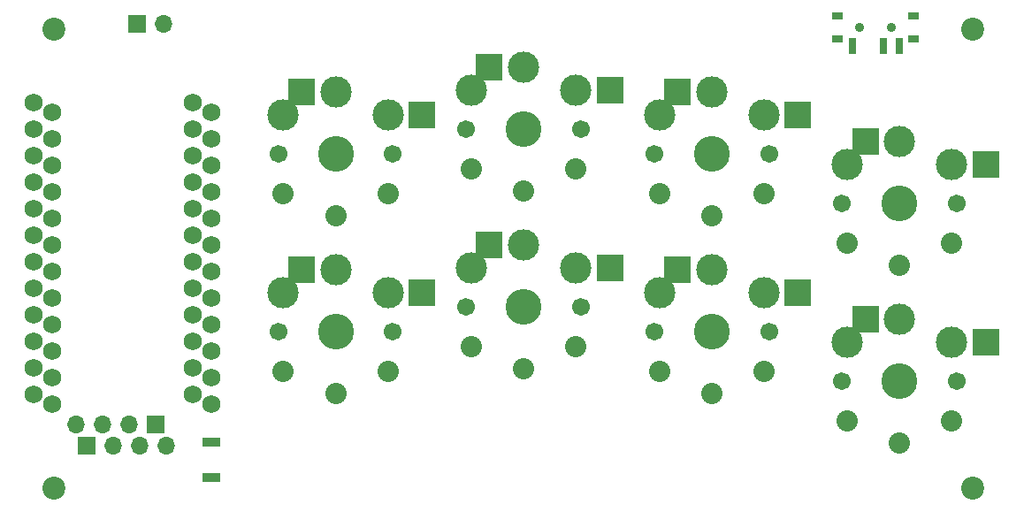
<source format=gbr>
%TF.GenerationSoftware,KiCad,Pcbnew,(5.1.8)-1*%
%TF.CreationDate,2021-05-08T17:22:42-04:00*%
%TF.ProjectId,small-paintbrush-hotswap,736d616c-6c2d-4706-9169-6e7462727573,rev?*%
%TF.SameCoordinates,Original*%
%TF.FileFunction,Soldermask,Bot*%
%TF.FilePolarity,Negative*%
%FSLAX46Y46*%
G04 Gerber Fmt 4.6, Leading zero omitted, Abs format (unit mm)*
G04 Created by KiCad (PCBNEW (5.1.8)-1) date 2021-05-08 17:22:42*
%MOMM*%
%LPD*%
G01*
G04 APERTURE LIST*
%ADD10C,2.200000*%
%ADD11R,1.000000X0.800000*%
%ADD12R,0.700000X1.500000*%
%ADD13C,0.900000*%
%ADD14C,1.752600*%
%ADD15C,1.701800*%
%ADD16C,3.000000*%
%ADD17C,3.429000*%
%ADD18C,2.032000*%
%ADD19R,2.600000X2.600000*%
%ADD20O,1.700000X1.700000*%
%ADD21R,1.700000X1.700000*%
%ADD22R,1.700000X0.900000*%
G04 APERTURE END LIST*
D10*
%TO.C,REF\u002A\u002A*%
X78901736Y-65599424D03*
%TD*%
%TO.C,REF\u002A\u002A*%
X78901733Y-21599422D03*
%TD*%
%TO.C,REF\u002A\u002A*%
X166901733Y-21599422D03*
%TD*%
%TO.C,REF\u002A\u002A*%
X166901736Y-65599424D03*
%TD*%
D11*
%TO.C,SW1*%
X153951737Y-22579425D03*
X161251737Y-22579425D03*
X161251737Y-20369425D03*
X153951737Y-20369425D03*
D12*
X159851737Y-23229425D03*
X158351737Y-23229425D03*
X155351737Y-23229425D03*
D13*
X159101737Y-21469425D03*
X156101737Y-21469425D03*
%TD*%
%TO.C,SW2*%
X156101737Y-21469425D03*
X159101737Y-21469425D03*
%TD*%
D14*
%TO.C,U2*%
X92221739Y-28629424D03*
X92221739Y-31169424D03*
X92221739Y-33709424D03*
X92221739Y-36249424D03*
X92221739Y-38789424D03*
X92221739Y-41329424D03*
X92221739Y-43869424D03*
X92221739Y-46409424D03*
X92221739Y-48949424D03*
X92221739Y-51489424D03*
X92221739Y-54029424D03*
X76981739Y-56569424D03*
X76981739Y-54029424D03*
X76981739Y-51489424D03*
X76981739Y-48949424D03*
X76981739Y-46409424D03*
X76981739Y-43869424D03*
X76981739Y-41329424D03*
X76981739Y-38789424D03*
X76981739Y-36249424D03*
X76981739Y-33709424D03*
X76981739Y-31169424D03*
X92221739Y-56569424D03*
X76981739Y-28629424D03*
%TD*%
D15*
%TO.C,KEY3*%
X136401739Y-33599426D03*
X147401739Y-33599426D03*
D16*
X136901739Y-29849426D03*
D17*
X141901739Y-33599426D03*
D18*
X146901739Y-37399426D03*
X141901739Y-39499426D03*
D16*
X141901739Y-27649426D03*
X146901739Y-29849426D03*
D19*
X138626739Y-27649426D03*
X150176739Y-29849426D03*
D18*
X136901739Y-37399426D03*
%TD*%
D15*
%TO.C,KEY8*%
X154401739Y-55349423D03*
X165401739Y-55349423D03*
D16*
X154901739Y-51599423D03*
D17*
X159901739Y-55349423D03*
D18*
X164901739Y-59149423D03*
X159901739Y-61249423D03*
D16*
X159901739Y-49399423D03*
X164901739Y-51599423D03*
D19*
X156626739Y-49399423D03*
X168176739Y-51599423D03*
D18*
X154901739Y-59149423D03*
%TD*%
D15*
%TO.C,KEY7*%
X136401739Y-50599426D03*
X147401739Y-50599426D03*
D16*
X136901739Y-46849426D03*
D17*
X141901739Y-50599426D03*
D18*
X146901739Y-54399426D03*
X141901739Y-56499426D03*
D16*
X141901739Y-44649426D03*
X146901739Y-46849426D03*
D19*
X138626739Y-44649426D03*
X150176739Y-46849426D03*
D18*
X136901739Y-54399426D03*
%TD*%
%TO.C,KEY6*%
X118901739Y-52019424D03*
D19*
X132176739Y-44469424D03*
X120626739Y-42269424D03*
D16*
X128901739Y-44469424D03*
X123901739Y-42269424D03*
D18*
X123901739Y-54119424D03*
X128901739Y-52019424D03*
D17*
X123901739Y-48219424D03*
D16*
X118901739Y-44469424D03*
D15*
X129401739Y-48219424D03*
X118401739Y-48219424D03*
%TD*%
%TO.C,KEY5*%
X100401736Y-50599424D03*
X111401736Y-50599424D03*
D16*
X100901736Y-46849424D03*
D17*
X105901736Y-50599424D03*
D18*
X110901736Y-54399424D03*
X105901736Y-56499424D03*
D16*
X105901736Y-44649424D03*
X110901736Y-46849424D03*
D19*
X102626736Y-44649424D03*
X114176736Y-46849424D03*
D18*
X100901736Y-54399424D03*
%TD*%
D15*
%TO.C,KEY4*%
X154401737Y-38349424D03*
X165401737Y-38349424D03*
D16*
X154901737Y-34599424D03*
D17*
X159901737Y-38349424D03*
D18*
X164901737Y-42149424D03*
X159901737Y-44249424D03*
D16*
X159901737Y-32399424D03*
X164901737Y-34599424D03*
D19*
X156626737Y-32399424D03*
X168176737Y-34599424D03*
D18*
X154901737Y-42149424D03*
%TD*%
%TO.C,KEY2*%
X118901737Y-35019424D03*
D19*
X132176737Y-27469424D03*
X120626737Y-25269424D03*
D16*
X128901737Y-27469424D03*
X123901737Y-25269424D03*
D18*
X123901737Y-37119424D03*
X128901737Y-35019424D03*
D17*
X123901737Y-31219424D03*
D16*
X118901737Y-27469424D03*
D15*
X129401737Y-31219424D03*
X118401737Y-31219424D03*
%TD*%
%TO.C,KEY1*%
X100401737Y-33599424D03*
X111401737Y-33599424D03*
D16*
X100901737Y-29849424D03*
D17*
X105901737Y-33599424D03*
D18*
X110901737Y-37399424D03*
X105901737Y-39499424D03*
D16*
X105901737Y-27649424D03*
X110901737Y-29849424D03*
D19*
X102626737Y-27649424D03*
X114176737Y-29849424D03*
D18*
X100901737Y-37399424D03*
%TD*%
D14*
%TO.C,U1*%
X94021737Y-29629424D03*
X78781737Y-57569424D03*
X94021737Y-32169424D03*
X94021737Y-34709424D03*
X94021737Y-37249424D03*
X94021737Y-39789424D03*
X94021737Y-42329424D03*
X94021737Y-44869424D03*
X94021737Y-47409424D03*
X94021737Y-49949424D03*
X94021737Y-52489424D03*
X94021737Y-55029424D03*
X94021737Y-57569424D03*
X78781737Y-55029424D03*
X78781737Y-52489424D03*
X78781737Y-49949424D03*
X78781737Y-47409424D03*
X78781737Y-44869424D03*
X78781737Y-42329424D03*
X78781737Y-39789424D03*
X78781737Y-37249424D03*
X78781737Y-34709424D03*
X78781737Y-32169424D03*
X78781737Y-29629424D03*
%TD*%
D20*
%TO.C,J3*%
X89721739Y-61499424D03*
X87181739Y-61499424D03*
X84641739Y-61499424D03*
D21*
X82101739Y-61499424D03*
%TD*%
D20*
%TO.C,J2*%
X81081737Y-59499424D03*
X83621737Y-59499424D03*
X86161737Y-59499424D03*
D21*
X88701737Y-59499424D03*
%TD*%
D22*
%TO.C,PUSH1*%
X94001735Y-64599425D03*
X94001735Y-61199425D03*
%TD*%
D20*
%TO.C,J1*%
X89441736Y-21099424D03*
D21*
X86901736Y-21099424D03*
%TD*%
M02*

</source>
